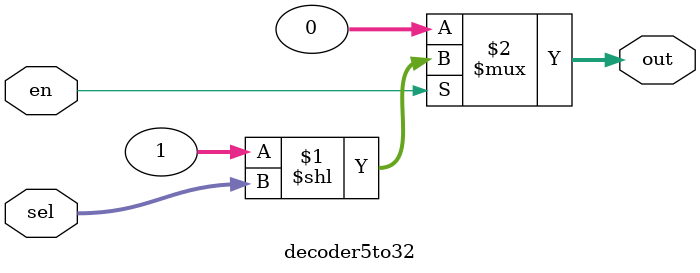
<source format=v>
module decoder5to32 (
    output [31:0] out,
    input  [4:0]  sel,
    input         en
);
    assign out = en ? (32'b1 << sel) : 32'b0;
endmodule
</source>
